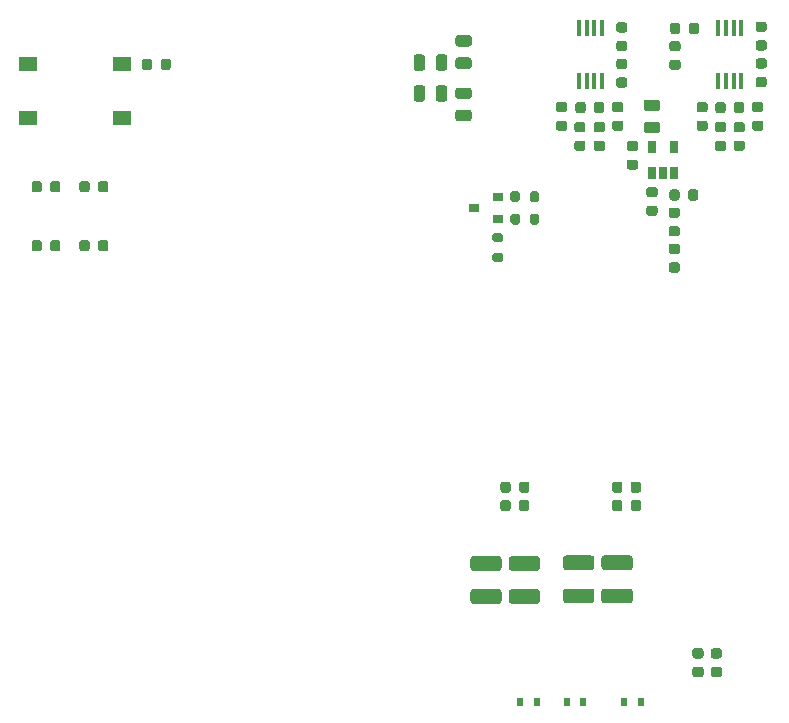
<source format=gtp>
G04 #@! TF.GenerationSoftware,KiCad,Pcbnew,(5.1.6)-1*
G04 #@! TF.CreationDate,2021-04-16T13:49:19+02:00*
G04 #@! TF.ProjectId,Interfaceboard,496e7465-7266-4616-9365-626f6172642e,Version 1*
G04 #@! TF.SameCoordinates,Original*
G04 #@! TF.FileFunction,Paste,Top*
G04 #@! TF.FilePolarity,Positive*
%FSLAX46Y46*%
G04 Gerber Fmt 4.6, Leading zero omitted, Abs format (unit mm)*
G04 Created by KiCad (PCBNEW (5.1.6)-1) date 2021-04-16 13:49:19*
%MOMM*%
%LPD*%
G01*
G04 APERTURE LIST*
%ADD10R,0.900000X0.800000*%
%ADD11R,0.650000X1.060000*%
%ADD12R,0.450000X1.450000*%
%ADD13R,0.600000X0.700000*%
%ADD14R,1.550000X1.300000*%
G04 APERTURE END LIST*
G36*
G01*
X118350000Y-80593750D02*
X118350000Y-81106250D01*
G75*
G02*
X118131250Y-81325000I-218750J0D01*
G01*
X117693750Y-81325000D01*
G75*
G02*
X117475000Y-81106250I0J218750D01*
G01*
X117475000Y-80593750D01*
G75*
G02*
X117693750Y-80375000I218750J0D01*
G01*
X118131250Y-80375000D01*
G75*
G02*
X118350000Y-80593750I0J-218750D01*
G01*
G37*
G36*
G01*
X119925000Y-80593750D02*
X119925000Y-81106250D01*
G75*
G02*
X119706250Y-81325000I-218750J0D01*
G01*
X119268750Y-81325000D01*
G75*
G02*
X119050000Y-81106250I0J218750D01*
G01*
X119050000Y-80593750D01*
G75*
G02*
X119268750Y-80375000I218750J0D01*
G01*
X119706250Y-80375000D01*
G75*
G02*
X119925000Y-80593750I0J-218750D01*
G01*
G37*
G36*
G01*
X118350000Y-75593750D02*
X118350000Y-76106250D01*
G75*
G02*
X118131250Y-76325000I-218750J0D01*
G01*
X117693750Y-76325000D01*
G75*
G02*
X117475000Y-76106250I0J218750D01*
G01*
X117475000Y-75593750D01*
G75*
G02*
X117693750Y-75375000I218750J0D01*
G01*
X118131250Y-75375000D01*
G75*
G02*
X118350000Y-75593750I0J-218750D01*
G01*
G37*
G36*
G01*
X119925000Y-75593750D02*
X119925000Y-76106250D01*
G75*
G02*
X119706250Y-76325000I-218750J0D01*
G01*
X119268750Y-76325000D01*
G75*
G02*
X119050000Y-76106250I0J218750D01*
G01*
X119050000Y-75593750D01*
G75*
G02*
X119268750Y-75375000I218750J0D01*
G01*
X119706250Y-75375000D01*
G75*
G02*
X119925000Y-75593750I0J-218750D01*
G01*
G37*
G36*
G01*
X122400000Y-80593750D02*
X122400000Y-81106250D01*
G75*
G02*
X122181250Y-81325000I-218750J0D01*
G01*
X121743750Y-81325000D01*
G75*
G02*
X121525000Y-81106250I0J218750D01*
G01*
X121525000Y-80593750D01*
G75*
G02*
X121743750Y-80375000I218750J0D01*
G01*
X122181250Y-80375000D01*
G75*
G02*
X122400000Y-80593750I0J-218750D01*
G01*
G37*
G36*
G01*
X123975000Y-80593750D02*
X123975000Y-81106250D01*
G75*
G02*
X123756250Y-81325000I-218750J0D01*
G01*
X123318750Y-81325000D01*
G75*
G02*
X123100000Y-81106250I0J218750D01*
G01*
X123100000Y-80593750D01*
G75*
G02*
X123318750Y-80375000I218750J0D01*
G01*
X123756250Y-80375000D01*
G75*
G02*
X123975000Y-80593750I0J-218750D01*
G01*
G37*
G36*
G01*
X122400000Y-75593750D02*
X122400000Y-76106250D01*
G75*
G02*
X122181250Y-76325000I-218750J0D01*
G01*
X121743750Y-76325000D01*
G75*
G02*
X121525000Y-76106250I0J218750D01*
G01*
X121525000Y-75593750D01*
G75*
G02*
X121743750Y-75375000I218750J0D01*
G01*
X122181250Y-75375000D01*
G75*
G02*
X122400000Y-75593750I0J-218750D01*
G01*
G37*
G36*
G01*
X123975000Y-75593750D02*
X123975000Y-76106250D01*
G75*
G02*
X123756250Y-76325000I-218750J0D01*
G01*
X123318750Y-76325000D01*
G75*
G02*
X123100000Y-76106250I0J218750D01*
G01*
X123100000Y-75593750D01*
G75*
G02*
X123318750Y-75375000I218750J0D01*
G01*
X123756250Y-75375000D01*
G75*
G02*
X123975000Y-75593750I0J-218750D01*
G01*
G37*
G36*
G01*
X159675000Y-76975000D02*
X159675000Y-76425000D01*
G75*
G02*
X159875000Y-76225000I200000J0D01*
G01*
X160275000Y-76225000D01*
G75*
G02*
X160475000Y-76425000I0J-200000D01*
G01*
X160475000Y-76975000D01*
G75*
G02*
X160275000Y-77175000I-200000J0D01*
G01*
X159875000Y-77175000D01*
G75*
G02*
X159675000Y-76975000I0J200000D01*
G01*
G37*
G36*
G01*
X158025000Y-76975000D02*
X158025000Y-76425000D01*
G75*
G02*
X158225000Y-76225000I200000J0D01*
G01*
X158625000Y-76225000D01*
G75*
G02*
X158825000Y-76425000I0J-200000D01*
G01*
X158825000Y-76975000D01*
G75*
G02*
X158625000Y-77175000I-200000J0D01*
G01*
X158225000Y-77175000D01*
G75*
G02*
X158025000Y-76975000I0J200000D01*
G01*
G37*
G36*
G01*
X158825000Y-78325000D02*
X158825000Y-78875000D01*
G75*
G02*
X158625000Y-79075000I-200000J0D01*
G01*
X158225000Y-79075000D01*
G75*
G02*
X158025000Y-78875000I0J200000D01*
G01*
X158025000Y-78325000D01*
G75*
G02*
X158225000Y-78125000I200000J0D01*
G01*
X158625000Y-78125000D01*
G75*
G02*
X158825000Y-78325000I0J-200000D01*
G01*
G37*
G36*
G01*
X160475000Y-78325000D02*
X160475000Y-78875000D01*
G75*
G02*
X160275000Y-79075000I-200000J0D01*
G01*
X159875000Y-79075000D01*
G75*
G02*
X159675000Y-78875000I0J200000D01*
G01*
X159675000Y-78325000D01*
G75*
G02*
X159875000Y-78125000I200000J0D01*
G01*
X160275000Y-78125000D01*
G75*
G02*
X160475000Y-78325000I0J-200000D01*
G01*
G37*
G36*
G01*
X156675000Y-81425000D02*
X157225000Y-81425000D01*
G75*
G02*
X157425000Y-81625000I0J-200000D01*
G01*
X157425000Y-82025000D01*
G75*
G02*
X157225000Y-82225000I-200000J0D01*
G01*
X156675000Y-82225000D01*
G75*
G02*
X156475000Y-82025000I0J200000D01*
G01*
X156475000Y-81625000D01*
G75*
G02*
X156675000Y-81425000I200000J0D01*
G01*
G37*
G36*
G01*
X156675000Y-79775000D02*
X157225000Y-79775000D01*
G75*
G02*
X157425000Y-79975000I0J-200000D01*
G01*
X157425000Y-80375000D01*
G75*
G02*
X157225000Y-80575000I-200000J0D01*
G01*
X156675000Y-80575000D01*
G75*
G02*
X156475000Y-80375000I0J200000D01*
G01*
X156475000Y-79975000D01*
G75*
G02*
X156675000Y-79775000I200000J0D01*
G01*
G37*
D10*
X154950000Y-77650000D03*
X156950000Y-76700000D03*
X156950000Y-78600000D03*
D11*
X170000000Y-72450000D03*
X171900000Y-72450000D03*
X171900000Y-74650000D03*
X170950000Y-74650000D03*
X170000000Y-74650000D03*
D12*
X163825000Y-66875000D03*
X164475000Y-66875000D03*
X165125000Y-66875000D03*
X165775000Y-66875000D03*
X165775000Y-62425000D03*
X165125000Y-62425000D03*
X164475000Y-62425000D03*
X163825000Y-62425000D03*
X175625000Y-66875000D03*
X176275000Y-66875000D03*
X176925000Y-66875000D03*
X177575000Y-66875000D03*
X177575000Y-62425000D03*
X176925000Y-62425000D03*
X176275000Y-62425000D03*
X175625000Y-62425000D03*
G36*
G01*
X175193750Y-116500000D02*
X175706250Y-116500000D01*
G75*
G02*
X175925000Y-116718750I0J-218750D01*
G01*
X175925000Y-117156250D01*
G75*
G02*
X175706250Y-117375000I-218750J0D01*
G01*
X175193750Y-117375000D01*
G75*
G02*
X174975000Y-117156250I0J218750D01*
G01*
X174975000Y-116718750D01*
G75*
G02*
X175193750Y-116500000I218750J0D01*
G01*
G37*
G36*
G01*
X175193750Y-114925000D02*
X175706250Y-114925000D01*
G75*
G02*
X175925000Y-115143750I0J-218750D01*
G01*
X175925000Y-115581250D01*
G75*
G02*
X175706250Y-115800000I-218750J0D01*
G01*
X175193750Y-115800000D01*
G75*
G02*
X174975000Y-115581250I0J218750D01*
G01*
X174975000Y-115143750D01*
G75*
G02*
X175193750Y-114925000I218750J0D01*
G01*
G37*
G36*
G01*
X171693750Y-65100000D02*
X172206250Y-65100000D01*
G75*
G02*
X172425000Y-65318750I0J-218750D01*
G01*
X172425000Y-65756250D01*
G75*
G02*
X172206250Y-65975000I-218750J0D01*
G01*
X171693750Y-65975000D01*
G75*
G02*
X171475000Y-65756250I0J218750D01*
G01*
X171475000Y-65318750D01*
G75*
G02*
X171693750Y-65100000I218750J0D01*
G01*
G37*
G36*
G01*
X171693750Y-63525000D02*
X172206250Y-63525000D01*
G75*
G02*
X172425000Y-63743750I0J-218750D01*
G01*
X172425000Y-64181250D01*
G75*
G02*
X172206250Y-64400000I-218750J0D01*
G01*
X171693750Y-64400000D01*
G75*
G02*
X171475000Y-64181250I0J218750D01*
G01*
X171475000Y-63743750D01*
G75*
G02*
X171693750Y-63525000I218750J0D01*
G01*
G37*
G36*
G01*
X171643750Y-79187500D02*
X172156250Y-79187500D01*
G75*
G02*
X172375000Y-79406250I0J-218750D01*
G01*
X172375000Y-79843750D01*
G75*
G02*
X172156250Y-80062500I-218750J0D01*
G01*
X171643750Y-80062500D01*
G75*
G02*
X171425000Y-79843750I0J218750D01*
G01*
X171425000Y-79406250D01*
G75*
G02*
X171643750Y-79187500I218750J0D01*
G01*
G37*
G36*
G01*
X171643750Y-77612500D02*
X172156250Y-77612500D01*
G75*
G02*
X172375000Y-77831250I0J-218750D01*
G01*
X172375000Y-78268750D01*
G75*
G02*
X172156250Y-78487500I-218750J0D01*
G01*
X171643750Y-78487500D01*
G75*
G02*
X171425000Y-78268750I0J218750D01*
G01*
X171425000Y-77831250D01*
G75*
G02*
X171643750Y-77612500I218750J0D01*
G01*
G37*
G36*
G01*
X171643750Y-82250000D02*
X172156250Y-82250000D01*
G75*
G02*
X172375000Y-82468750I0J-218750D01*
G01*
X172375000Y-82906250D01*
G75*
G02*
X172156250Y-83125000I-218750J0D01*
G01*
X171643750Y-83125000D01*
G75*
G02*
X171425000Y-82906250I0J218750D01*
G01*
X171425000Y-82468750D01*
G75*
G02*
X171643750Y-82250000I218750J0D01*
G01*
G37*
G36*
G01*
X171643750Y-80675000D02*
X172156250Y-80675000D01*
G75*
G02*
X172375000Y-80893750I0J-218750D01*
G01*
X172375000Y-81331250D01*
G75*
G02*
X172156250Y-81550000I-218750J0D01*
G01*
X171643750Y-81550000D01*
G75*
G02*
X171425000Y-81331250I0J218750D01*
G01*
X171425000Y-80893750D01*
G75*
G02*
X171643750Y-80675000I218750J0D01*
G01*
G37*
G36*
G01*
X174156250Y-115800000D02*
X173643750Y-115800000D01*
G75*
G02*
X173425000Y-115581250I0J218750D01*
G01*
X173425000Y-115143750D01*
G75*
G02*
X173643750Y-114925000I218750J0D01*
G01*
X174156250Y-114925000D01*
G75*
G02*
X174375000Y-115143750I0J-218750D01*
G01*
X174375000Y-115581250D01*
G75*
G02*
X174156250Y-115800000I-218750J0D01*
G01*
G37*
G36*
G01*
X174156250Y-117375000D02*
X173643750Y-117375000D01*
G75*
G02*
X173425000Y-117156250I0J218750D01*
G01*
X173425000Y-116718750D01*
G75*
G02*
X173643750Y-116500000I218750J0D01*
G01*
X174156250Y-116500000D01*
G75*
G02*
X174375000Y-116718750I0J-218750D01*
G01*
X174375000Y-117156250D01*
G75*
G02*
X174156250Y-117375000I-218750J0D01*
G01*
G37*
G36*
G01*
X158750000Y-101556250D02*
X158750000Y-101043750D01*
G75*
G02*
X158968750Y-100825000I218750J0D01*
G01*
X159406250Y-100825000D01*
G75*
G02*
X159625000Y-101043750I0J-218750D01*
G01*
X159625000Y-101556250D01*
G75*
G02*
X159406250Y-101775000I-218750J0D01*
G01*
X158968750Y-101775000D01*
G75*
G02*
X158750000Y-101556250I0J218750D01*
G01*
G37*
G36*
G01*
X157175000Y-101556250D02*
X157175000Y-101043750D01*
G75*
G02*
X157393750Y-100825000I218750J0D01*
G01*
X157831250Y-100825000D01*
G75*
G02*
X158050000Y-101043750I0J-218750D01*
G01*
X158050000Y-101556250D01*
G75*
G02*
X157831250Y-101775000I-218750J0D01*
G01*
X157393750Y-101775000D01*
G75*
G02*
X157175000Y-101556250I0J218750D01*
G01*
G37*
G36*
G01*
X158750000Y-103106250D02*
X158750000Y-102593750D01*
G75*
G02*
X158968750Y-102375000I218750J0D01*
G01*
X159406250Y-102375000D01*
G75*
G02*
X159625000Y-102593750I0J-218750D01*
G01*
X159625000Y-103106250D01*
G75*
G02*
X159406250Y-103325000I-218750J0D01*
G01*
X158968750Y-103325000D01*
G75*
G02*
X158750000Y-103106250I0J218750D01*
G01*
G37*
G36*
G01*
X157175000Y-103106250D02*
X157175000Y-102593750D01*
G75*
G02*
X157393750Y-102375000I218750J0D01*
G01*
X157831250Y-102375000D01*
G75*
G02*
X158050000Y-102593750I0J-218750D01*
G01*
X158050000Y-103106250D01*
G75*
G02*
X157831250Y-103325000I-218750J0D01*
G01*
X157393750Y-103325000D01*
G75*
G02*
X157175000Y-103106250I0J218750D01*
G01*
G37*
G36*
G01*
X154875000Y-109925000D02*
X157025000Y-109925000D01*
G75*
G02*
X157275000Y-110175000I0J-250000D01*
G01*
X157275000Y-110925000D01*
G75*
G02*
X157025000Y-111175000I-250000J0D01*
G01*
X154875000Y-111175000D01*
G75*
G02*
X154625000Y-110925000I0J250000D01*
G01*
X154625000Y-110175000D01*
G75*
G02*
X154875000Y-109925000I250000J0D01*
G01*
G37*
G36*
G01*
X154875000Y-107125000D02*
X157025000Y-107125000D01*
G75*
G02*
X157275000Y-107375000I0J-250000D01*
G01*
X157275000Y-108125000D01*
G75*
G02*
X157025000Y-108375000I-250000J0D01*
G01*
X154875000Y-108375000D01*
G75*
G02*
X154625000Y-108125000I0J250000D01*
G01*
X154625000Y-107375000D01*
G75*
G02*
X154875000Y-107125000I250000J0D01*
G01*
G37*
G36*
G01*
X163643750Y-71950000D02*
X164156250Y-71950000D01*
G75*
G02*
X164375000Y-72168750I0J-218750D01*
G01*
X164375000Y-72606250D01*
G75*
G02*
X164156250Y-72825000I-218750J0D01*
G01*
X163643750Y-72825000D01*
G75*
G02*
X163425000Y-72606250I0J218750D01*
G01*
X163425000Y-72168750D01*
G75*
G02*
X163643750Y-71950000I218750J0D01*
G01*
G37*
G36*
G01*
X163643750Y-70375000D02*
X164156250Y-70375000D01*
G75*
G02*
X164375000Y-70593750I0J-218750D01*
G01*
X164375000Y-71031250D01*
G75*
G02*
X164156250Y-71250000I-218750J0D01*
G01*
X163643750Y-71250000D01*
G75*
G02*
X163425000Y-71031250I0J218750D01*
G01*
X163425000Y-70593750D01*
G75*
G02*
X163643750Y-70375000I218750J0D01*
G01*
G37*
G36*
G01*
X158125000Y-109925000D02*
X160275000Y-109925000D01*
G75*
G02*
X160525000Y-110175000I0J-250000D01*
G01*
X160525000Y-110925000D01*
G75*
G02*
X160275000Y-111175000I-250000J0D01*
G01*
X158125000Y-111175000D01*
G75*
G02*
X157875000Y-110925000I0J250000D01*
G01*
X157875000Y-110175000D01*
G75*
G02*
X158125000Y-109925000I250000J0D01*
G01*
G37*
G36*
G01*
X158125000Y-107125000D02*
X160275000Y-107125000D01*
G75*
G02*
X160525000Y-107375000I0J-250000D01*
G01*
X160525000Y-108125000D01*
G75*
G02*
X160275000Y-108375000I-250000J0D01*
G01*
X158125000Y-108375000D01*
G75*
G02*
X157875000Y-108125000I0J250000D01*
G01*
X157875000Y-107375000D01*
G75*
G02*
X158125000Y-107125000I250000J0D01*
G01*
G37*
G36*
G01*
X165293750Y-71950000D02*
X165806250Y-71950000D01*
G75*
G02*
X166025000Y-72168750I0J-218750D01*
G01*
X166025000Y-72606250D01*
G75*
G02*
X165806250Y-72825000I-218750J0D01*
G01*
X165293750Y-72825000D01*
G75*
G02*
X165075000Y-72606250I0J218750D01*
G01*
X165075000Y-72168750D01*
G75*
G02*
X165293750Y-71950000I218750J0D01*
G01*
G37*
G36*
G01*
X165293750Y-70375000D02*
X165806250Y-70375000D01*
G75*
G02*
X166025000Y-70593750I0J-218750D01*
G01*
X166025000Y-71031250D01*
G75*
G02*
X165806250Y-71250000I-218750J0D01*
G01*
X165293750Y-71250000D01*
G75*
G02*
X165075000Y-71031250I0J218750D01*
G01*
X165075000Y-70593750D01*
G75*
G02*
X165293750Y-70375000I218750J0D01*
G01*
G37*
G36*
G01*
X167500000Y-101043750D02*
X167500000Y-101556250D01*
G75*
G02*
X167281250Y-101775000I-218750J0D01*
G01*
X166843750Y-101775000D01*
G75*
G02*
X166625000Y-101556250I0J218750D01*
G01*
X166625000Y-101043750D01*
G75*
G02*
X166843750Y-100825000I218750J0D01*
G01*
X167281250Y-100825000D01*
G75*
G02*
X167500000Y-101043750I0J-218750D01*
G01*
G37*
G36*
G01*
X169075000Y-101043750D02*
X169075000Y-101556250D01*
G75*
G02*
X168856250Y-101775000I-218750J0D01*
G01*
X168418750Y-101775000D01*
G75*
G02*
X168200000Y-101556250I0J218750D01*
G01*
X168200000Y-101043750D01*
G75*
G02*
X168418750Y-100825000I218750J0D01*
G01*
X168856250Y-100825000D01*
G75*
G02*
X169075000Y-101043750I0J-218750D01*
G01*
G37*
G36*
G01*
X167500000Y-102593750D02*
X167500000Y-103106250D01*
G75*
G02*
X167281250Y-103325000I-218750J0D01*
G01*
X166843750Y-103325000D01*
G75*
G02*
X166625000Y-103106250I0J218750D01*
G01*
X166625000Y-102593750D01*
G75*
G02*
X166843750Y-102375000I218750J0D01*
G01*
X167281250Y-102375000D01*
G75*
G02*
X167500000Y-102593750I0J-218750D01*
G01*
G37*
G36*
G01*
X169075000Y-102593750D02*
X169075000Y-103106250D01*
G75*
G02*
X168856250Y-103325000I-218750J0D01*
G01*
X168418750Y-103325000D01*
G75*
G02*
X168200000Y-103106250I0J218750D01*
G01*
X168200000Y-102593750D01*
G75*
G02*
X168418750Y-102375000I218750J0D01*
G01*
X168856250Y-102375000D01*
G75*
G02*
X169075000Y-102593750I0J-218750D01*
G01*
G37*
G36*
G01*
X162725000Y-109875000D02*
X164875000Y-109875000D01*
G75*
G02*
X165125000Y-110125000I0J-250000D01*
G01*
X165125000Y-110875000D01*
G75*
G02*
X164875000Y-111125000I-250000J0D01*
G01*
X162725000Y-111125000D01*
G75*
G02*
X162475000Y-110875000I0J250000D01*
G01*
X162475000Y-110125000D01*
G75*
G02*
X162725000Y-109875000I250000J0D01*
G01*
G37*
G36*
G01*
X162725000Y-107075000D02*
X164875000Y-107075000D01*
G75*
G02*
X165125000Y-107325000I0J-250000D01*
G01*
X165125000Y-108075000D01*
G75*
G02*
X164875000Y-108325000I-250000J0D01*
G01*
X162725000Y-108325000D01*
G75*
G02*
X162475000Y-108075000I0J250000D01*
G01*
X162475000Y-107325000D01*
G75*
G02*
X162725000Y-107075000I250000J0D01*
G01*
G37*
G36*
G01*
X175543750Y-71950000D02*
X176056250Y-71950000D01*
G75*
G02*
X176275000Y-72168750I0J-218750D01*
G01*
X176275000Y-72606250D01*
G75*
G02*
X176056250Y-72825000I-218750J0D01*
G01*
X175543750Y-72825000D01*
G75*
G02*
X175325000Y-72606250I0J218750D01*
G01*
X175325000Y-72168750D01*
G75*
G02*
X175543750Y-71950000I218750J0D01*
G01*
G37*
G36*
G01*
X175543750Y-70375000D02*
X176056250Y-70375000D01*
G75*
G02*
X176275000Y-70593750I0J-218750D01*
G01*
X176275000Y-71031250D01*
G75*
G02*
X176056250Y-71250000I-218750J0D01*
G01*
X175543750Y-71250000D01*
G75*
G02*
X175325000Y-71031250I0J218750D01*
G01*
X175325000Y-70593750D01*
G75*
G02*
X175543750Y-70375000I218750J0D01*
G01*
G37*
G36*
G01*
X165975000Y-109875000D02*
X168125000Y-109875000D01*
G75*
G02*
X168375000Y-110125000I0J-250000D01*
G01*
X168375000Y-110875000D01*
G75*
G02*
X168125000Y-111125000I-250000J0D01*
G01*
X165975000Y-111125000D01*
G75*
G02*
X165725000Y-110875000I0J250000D01*
G01*
X165725000Y-110125000D01*
G75*
G02*
X165975000Y-109875000I250000J0D01*
G01*
G37*
G36*
G01*
X165975000Y-107075000D02*
X168125000Y-107075000D01*
G75*
G02*
X168375000Y-107325000I0J-250000D01*
G01*
X168375000Y-108075000D01*
G75*
G02*
X168125000Y-108325000I-250000J0D01*
G01*
X165975000Y-108325000D01*
G75*
G02*
X165725000Y-108075000I0J250000D01*
G01*
X165725000Y-107325000D01*
G75*
G02*
X165975000Y-107075000I250000J0D01*
G01*
G37*
G36*
G01*
X177143750Y-71950000D02*
X177656250Y-71950000D01*
G75*
G02*
X177875000Y-72168750I0J-218750D01*
G01*
X177875000Y-72606250D01*
G75*
G02*
X177656250Y-72825000I-218750J0D01*
G01*
X177143750Y-72825000D01*
G75*
G02*
X176925000Y-72606250I0J218750D01*
G01*
X176925000Y-72168750D01*
G75*
G02*
X177143750Y-71950000I218750J0D01*
G01*
G37*
G36*
G01*
X177143750Y-70375000D02*
X177656250Y-70375000D01*
G75*
G02*
X177875000Y-70593750I0J-218750D01*
G01*
X177875000Y-71031250D01*
G75*
G02*
X177656250Y-71250000I-218750J0D01*
G01*
X177143750Y-71250000D01*
G75*
G02*
X176925000Y-71031250I0J218750D01*
G01*
X176925000Y-70593750D01*
G75*
G02*
X177143750Y-70375000I218750J0D01*
G01*
G37*
G36*
G01*
X150800000Y-67493750D02*
X150800000Y-68406250D01*
G75*
G02*
X150556250Y-68650000I-243750J0D01*
G01*
X150068750Y-68650000D01*
G75*
G02*
X149825000Y-68406250I0J243750D01*
G01*
X149825000Y-67493750D01*
G75*
G02*
X150068750Y-67250000I243750J0D01*
G01*
X150556250Y-67250000D01*
G75*
G02*
X150800000Y-67493750I0J-243750D01*
G01*
G37*
G36*
G01*
X152675000Y-67493750D02*
X152675000Y-68406250D01*
G75*
G02*
X152431250Y-68650000I-243750J0D01*
G01*
X151943750Y-68650000D01*
G75*
G02*
X151700000Y-68406250I0J243750D01*
G01*
X151700000Y-67493750D01*
G75*
G02*
X151943750Y-67250000I243750J0D01*
G01*
X152431250Y-67250000D01*
G75*
G02*
X152675000Y-67493750I0J-243750D01*
G01*
G37*
G36*
G01*
X151700000Y-65806250D02*
X151700000Y-64893750D01*
G75*
G02*
X151943750Y-64650000I243750J0D01*
G01*
X152431250Y-64650000D01*
G75*
G02*
X152675000Y-64893750I0J-243750D01*
G01*
X152675000Y-65806250D01*
G75*
G02*
X152431250Y-66050000I-243750J0D01*
G01*
X151943750Y-66050000D01*
G75*
G02*
X151700000Y-65806250I0J243750D01*
G01*
G37*
G36*
G01*
X149825000Y-65806250D02*
X149825000Y-64893750D01*
G75*
G02*
X150068750Y-64650000I243750J0D01*
G01*
X150556250Y-64650000D01*
G75*
G02*
X150800000Y-64893750I0J-243750D01*
G01*
X150800000Y-65806250D01*
G75*
G02*
X150556250Y-66050000I-243750J0D01*
G01*
X150068750Y-66050000D01*
G75*
G02*
X149825000Y-65806250I0J243750D01*
G01*
G37*
D13*
X167650000Y-119450000D03*
X169050000Y-119450000D03*
X160250000Y-119450000D03*
X158850000Y-119450000D03*
X162800000Y-119450000D03*
X164200000Y-119450000D03*
G36*
G01*
X169743750Y-77450000D02*
X170256250Y-77450000D01*
G75*
G02*
X170475000Y-77668750I0J-218750D01*
G01*
X170475000Y-78106250D01*
G75*
G02*
X170256250Y-78325000I-218750J0D01*
G01*
X169743750Y-78325000D01*
G75*
G02*
X169525000Y-78106250I0J218750D01*
G01*
X169525000Y-77668750D01*
G75*
G02*
X169743750Y-77450000I218750J0D01*
G01*
G37*
G36*
G01*
X169743750Y-75875000D02*
X170256250Y-75875000D01*
G75*
G02*
X170475000Y-76093750I0J-218750D01*
G01*
X170475000Y-76531250D01*
G75*
G02*
X170256250Y-76750000I-218750J0D01*
G01*
X169743750Y-76750000D01*
G75*
G02*
X169525000Y-76531250I0J218750D01*
G01*
X169525000Y-76093750D01*
G75*
G02*
X169743750Y-75875000I218750J0D01*
G01*
G37*
G36*
G01*
X173112500Y-62706250D02*
X173112500Y-62193750D01*
G75*
G02*
X173331250Y-61975000I218750J0D01*
G01*
X173768750Y-61975000D01*
G75*
G02*
X173987500Y-62193750I0J-218750D01*
G01*
X173987500Y-62706250D01*
G75*
G02*
X173768750Y-62925000I-218750J0D01*
G01*
X173331250Y-62925000D01*
G75*
G02*
X173112500Y-62706250I0J218750D01*
G01*
G37*
G36*
G01*
X171537500Y-62706250D02*
X171537500Y-62193750D01*
G75*
G02*
X171756250Y-61975000I218750J0D01*
G01*
X172193750Y-61975000D01*
G75*
G02*
X172412500Y-62193750I0J-218750D01*
G01*
X172412500Y-62706250D01*
G75*
G02*
X172193750Y-62925000I-218750J0D01*
G01*
X171756250Y-62925000D01*
G75*
G02*
X171537500Y-62706250I0J218750D01*
G01*
G37*
G36*
G01*
X173050000Y-76806250D02*
X173050000Y-76293750D01*
G75*
G02*
X173268750Y-76075000I218750J0D01*
G01*
X173706250Y-76075000D01*
G75*
G02*
X173925000Y-76293750I0J-218750D01*
G01*
X173925000Y-76806250D01*
G75*
G02*
X173706250Y-77025000I-218750J0D01*
G01*
X173268750Y-77025000D01*
G75*
G02*
X173050000Y-76806250I0J218750D01*
G01*
G37*
G36*
G01*
X171475000Y-76806250D02*
X171475000Y-76293750D01*
G75*
G02*
X171693750Y-76075000I218750J0D01*
G01*
X172131250Y-76075000D01*
G75*
G02*
X172350000Y-76293750I0J-218750D01*
G01*
X172350000Y-76806250D01*
G75*
G02*
X172131250Y-77025000I-218750J0D01*
G01*
X171693750Y-77025000D01*
G75*
G02*
X171475000Y-76806250I0J218750D01*
G01*
G37*
G36*
G01*
X168093750Y-73550000D02*
X168606250Y-73550000D01*
G75*
G02*
X168825000Y-73768750I0J-218750D01*
G01*
X168825000Y-74206250D01*
G75*
G02*
X168606250Y-74425000I-218750J0D01*
G01*
X168093750Y-74425000D01*
G75*
G02*
X167875000Y-74206250I0J218750D01*
G01*
X167875000Y-73768750D01*
G75*
G02*
X168093750Y-73550000I218750J0D01*
G01*
G37*
G36*
G01*
X168093750Y-71975000D02*
X168606250Y-71975000D01*
G75*
G02*
X168825000Y-72193750I0J-218750D01*
G01*
X168825000Y-72631250D01*
G75*
G02*
X168606250Y-72850000I-218750J0D01*
G01*
X168093750Y-72850000D01*
G75*
G02*
X167875000Y-72631250I0J218750D01*
G01*
X167875000Y-72193750D01*
G75*
G02*
X168093750Y-71975000I218750J0D01*
G01*
G37*
G36*
G01*
X170456250Y-69450000D02*
X169543750Y-69450000D01*
G75*
G02*
X169300000Y-69206250I0J243750D01*
G01*
X169300000Y-68718750D01*
G75*
G02*
X169543750Y-68475000I243750J0D01*
G01*
X170456250Y-68475000D01*
G75*
G02*
X170700000Y-68718750I0J-243750D01*
G01*
X170700000Y-69206250D01*
G75*
G02*
X170456250Y-69450000I-243750J0D01*
G01*
G37*
G36*
G01*
X170456250Y-71325000D02*
X169543750Y-71325000D01*
G75*
G02*
X169300000Y-71081250I0J243750D01*
G01*
X169300000Y-70593750D01*
G75*
G02*
X169543750Y-70350000I243750J0D01*
G01*
X170456250Y-70350000D01*
G75*
G02*
X170700000Y-70593750I0J-243750D01*
G01*
X170700000Y-71081250D01*
G75*
G02*
X170456250Y-71325000I-243750J0D01*
G01*
G37*
G36*
G01*
X154506250Y-68437500D02*
X153593750Y-68437500D01*
G75*
G02*
X153350000Y-68193750I0J243750D01*
G01*
X153350000Y-67706250D01*
G75*
G02*
X153593750Y-67462500I243750J0D01*
G01*
X154506250Y-67462500D01*
G75*
G02*
X154750000Y-67706250I0J-243750D01*
G01*
X154750000Y-68193750D01*
G75*
G02*
X154506250Y-68437500I-243750J0D01*
G01*
G37*
G36*
G01*
X154506250Y-70312500D02*
X153593750Y-70312500D01*
G75*
G02*
X153350000Y-70068750I0J243750D01*
G01*
X153350000Y-69581250D01*
G75*
G02*
X153593750Y-69337500I243750J0D01*
G01*
X154506250Y-69337500D01*
G75*
G02*
X154750000Y-69581250I0J-243750D01*
G01*
X154750000Y-70068750D01*
G75*
G02*
X154506250Y-70312500I-243750J0D01*
G01*
G37*
G36*
G01*
X154506250Y-64000000D02*
X153593750Y-64000000D01*
G75*
G02*
X153350000Y-63756250I0J243750D01*
G01*
X153350000Y-63268750D01*
G75*
G02*
X153593750Y-63025000I243750J0D01*
G01*
X154506250Y-63025000D01*
G75*
G02*
X154750000Y-63268750I0J-243750D01*
G01*
X154750000Y-63756250D01*
G75*
G02*
X154506250Y-64000000I-243750J0D01*
G01*
G37*
G36*
G01*
X154506250Y-65875000D02*
X153593750Y-65875000D01*
G75*
G02*
X153350000Y-65631250I0J243750D01*
G01*
X153350000Y-65143750D01*
G75*
G02*
X153593750Y-64900000I243750J0D01*
G01*
X154506250Y-64900000D01*
G75*
G02*
X154750000Y-65143750I0J-243750D01*
G01*
X154750000Y-65631250D01*
G75*
G02*
X154506250Y-65875000I-243750J0D01*
G01*
G37*
G36*
G01*
X167706250Y-65900000D02*
X167193750Y-65900000D01*
G75*
G02*
X166975000Y-65681250I0J218750D01*
G01*
X166975000Y-65243750D01*
G75*
G02*
X167193750Y-65025000I218750J0D01*
G01*
X167706250Y-65025000D01*
G75*
G02*
X167925000Y-65243750I0J-218750D01*
G01*
X167925000Y-65681250D01*
G75*
G02*
X167706250Y-65900000I-218750J0D01*
G01*
G37*
G36*
G01*
X167706250Y-67475000D02*
X167193750Y-67475000D01*
G75*
G02*
X166975000Y-67256250I0J218750D01*
G01*
X166975000Y-66818750D01*
G75*
G02*
X167193750Y-66600000I218750J0D01*
G01*
X167706250Y-66600000D01*
G75*
G02*
X167925000Y-66818750I0J-218750D01*
G01*
X167925000Y-67256250D01*
G75*
G02*
X167706250Y-67475000I-218750J0D01*
G01*
G37*
G36*
G01*
X162093750Y-70250000D02*
X162606250Y-70250000D01*
G75*
G02*
X162825000Y-70468750I0J-218750D01*
G01*
X162825000Y-70906250D01*
G75*
G02*
X162606250Y-71125000I-218750J0D01*
G01*
X162093750Y-71125000D01*
G75*
G02*
X161875000Y-70906250I0J218750D01*
G01*
X161875000Y-70468750D01*
G75*
G02*
X162093750Y-70250000I218750J0D01*
G01*
G37*
G36*
G01*
X162093750Y-68675000D02*
X162606250Y-68675000D01*
G75*
G02*
X162825000Y-68893750I0J-218750D01*
G01*
X162825000Y-69331250D01*
G75*
G02*
X162606250Y-69550000I-218750J0D01*
G01*
X162093750Y-69550000D01*
G75*
G02*
X161875000Y-69331250I0J218750D01*
G01*
X161875000Y-68893750D01*
G75*
G02*
X162093750Y-68675000I218750J0D01*
G01*
G37*
G36*
G01*
X164400000Y-68893750D02*
X164400000Y-69406250D01*
G75*
G02*
X164181250Y-69625000I-218750J0D01*
G01*
X163743750Y-69625000D01*
G75*
G02*
X163525000Y-69406250I0J218750D01*
G01*
X163525000Y-68893750D01*
G75*
G02*
X163743750Y-68675000I218750J0D01*
G01*
X164181250Y-68675000D01*
G75*
G02*
X164400000Y-68893750I0J-218750D01*
G01*
G37*
G36*
G01*
X165975000Y-68893750D02*
X165975000Y-69406250D01*
G75*
G02*
X165756250Y-69625000I-218750J0D01*
G01*
X165318750Y-69625000D01*
G75*
G02*
X165100000Y-69406250I0J218750D01*
G01*
X165100000Y-68893750D01*
G75*
G02*
X165318750Y-68675000I218750J0D01*
G01*
X165756250Y-68675000D01*
G75*
G02*
X165975000Y-68893750I0J-218750D01*
G01*
G37*
G36*
G01*
X167356250Y-69550000D02*
X166843750Y-69550000D01*
G75*
G02*
X166625000Y-69331250I0J218750D01*
G01*
X166625000Y-68893750D01*
G75*
G02*
X166843750Y-68675000I218750J0D01*
G01*
X167356250Y-68675000D01*
G75*
G02*
X167575000Y-68893750I0J-218750D01*
G01*
X167575000Y-69331250D01*
G75*
G02*
X167356250Y-69550000I-218750J0D01*
G01*
G37*
G36*
G01*
X167356250Y-71125000D02*
X166843750Y-71125000D01*
G75*
G02*
X166625000Y-70906250I0J218750D01*
G01*
X166625000Y-70468750D01*
G75*
G02*
X166843750Y-70250000I218750J0D01*
G01*
X167356250Y-70250000D01*
G75*
G02*
X167575000Y-70468750I0J-218750D01*
G01*
X167575000Y-70906250D01*
G75*
G02*
X167356250Y-71125000I-218750J0D01*
G01*
G37*
G36*
G01*
X167193750Y-63500000D02*
X167706250Y-63500000D01*
G75*
G02*
X167925000Y-63718750I0J-218750D01*
G01*
X167925000Y-64156250D01*
G75*
G02*
X167706250Y-64375000I-218750J0D01*
G01*
X167193750Y-64375000D01*
G75*
G02*
X166975000Y-64156250I0J218750D01*
G01*
X166975000Y-63718750D01*
G75*
G02*
X167193750Y-63500000I218750J0D01*
G01*
G37*
G36*
G01*
X167193750Y-61925000D02*
X167706250Y-61925000D01*
G75*
G02*
X167925000Y-62143750I0J-218750D01*
G01*
X167925000Y-62581250D01*
G75*
G02*
X167706250Y-62800000I-218750J0D01*
G01*
X167193750Y-62800000D01*
G75*
G02*
X166975000Y-62581250I0J218750D01*
G01*
X166975000Y-62143750D01*
G75*
G02*
X167193750Y-61925000I218750J0D01*
G01*
G37*
G36*
G01*
X179506250Y-65850000D02*
X178993750Y-65850000D01*
G75*
G02*
X178775000Y-65631250I0J218750D01*
G01*
X178775000Y-65193750D01*
G75*
G02*
X178993750Y-64975000I218750J0D01*
G01*
X179506250Y-64975000D01*
G75*
G02*
X179725000Y-65193750I0J-218750D01*
G01*
X179725000Y-65631250D01*
G75*
G02*
X179506250Y-65850000I-218750J0D01*
G01*
G37*
G36*
G01*
X179506250Y-67425000D02*
X178993750Y-67425000D01*
G75*
G02*
X178775000Y-67206250I0J218750D01*
G01*
X178775000Y-66768750D01*
G75*
G02*
X178993750Y-66550000I218750J0D01*
G01*
X179506250Y-66550000D01*
G75*
G02*
X179725000Y-66768750I0J-218750D01*
G01*
X179725000Y-67206250D01*
G75*
G02*
X179506250Y-67425000I-218750J0D01*
G01*
G37*
G36*
G01*
X173993750Y-70250000D02*
X174506250Y-70250000D01*
G75*
G02*
X174725000Y-70468750I0J-218750D01*
G01*
X174725000Y-70906250D01*
G75*
G02*
X174506250Y-71125000I-218750J0D01*
G01*
X173993750Y-71125000D01*
G75*
G02*
X173775000Y-70906250I0J218750D01*
G01*
X173775000Y-70468750D01*
G75*
G02*
X173993750Y-70250000I218750J0D01*
G01*
G37*
G36*
G01*
X173993750Y-68675000D02*
X174506250Y-68675000D01*
G75*
G02*
X174725000Y-68893750I0J-218750D01*
G01*
X174725000Y-69331250D01*
G75*
G02*
X174506250Y-69550000I-218750J0D01*
G01*
X173993750Y-69550000D01*
G75*
G02*
X173775000Y-69331250I0J218750D01*
G01*
X173775000Y-68893750D01*
G75*
G02*
X173993750Y-68675000I218750J0D01*
G01*
G37*
G36*
G01*
X176250000Y-68893750D02*
X176250000Y-69406250D01*
G75*
G02*
X176031250Y-69625000I-218750J0D01*
G01*
X175593750Y-69625000D01*
G75*
G02*
X175375000Y-69406250I0J218750D01*
G01*
X175375000Y-68893750D01*
G75*
G02*
X175593750Y-68675000I218750J0D01*
G01*
X176031250Y-68675000D01*
G75*
G02*
X176250000Y-68893750I0J-218750D01*
G01*
G37*
G36*
G01*
X177825000Y-68893750D02*
X177825000Y-69406250D01*
G75*
G02*
X177606250Y-69625000I-218750J0D01*
G01*
X177168750Y-69625000D01*
G75*
G02*
X176950000Y-69406250I0J218750D01*
G01*
X176950000Y-68893750D01*
G75*
G02*
X177168750Y-68675000I218750J0D01*
G01*
X177606250Y-68675000D01*
G75*
G02*
X177825000Y-68893750I0J-218750D01*
G01*
G37*
G36*
G01*
X179206250Y-69550000D02*
X178693750Y-69550000D01*
G75*
G02*
X178475000Y-69331250I0J218750D01*
G01*
X178475000Y-68893750D01*
G75*
G02*
X178693750Y-68675000I218750J0D01*
G01*
X179206250Y-68675000D01*
G75*
G02*
X179425000Y-68893750I0J-218750D01*
G01*
X179425000Y-69331250D01*
G75*
G02*
X179206250Y-69550000I-218750J0D01*
G01*
G37*
G36*
G01*
X179206250Y-71125000D02*
X178693750Y-71125000D01*
G75*
G02*
X178475000Y-70906250I0J218750D01*
G01*
X178475000Y-70468750D01*
G75*
G02*
X178693750Y-70250000I218750J0D01*
G01*
X179206250Y-70250000D01*
G75*
G02*
X179425000Y-70468750I0J-218750D01*
G01*
X179425000Y-70906250D01*
G75*
G02*
X179206250Y-71125000I-218750J0D01*
G01*
G37*
G36*
G01*
X178993750Y-63450000D02*
X179506250Y-63450000D01*
G75*
G02*
X179725000Y-63668750I0J-218750D01*
G01*
X179725000Y-64106250D01*
G75*
G02*
X179506250Y-64325000I-218750J0D01*
G01*
X178993750Y-64325000D01*
G75*
G02*
X178775000Y-64106250I0J218750D01*
G01*
X178775000Y-63668750D01*
G75*
G02*
X178993750Y-63450000I218750J0D01*
G01*
G37*
G36*
G01*
X178993750Y-61875000D02*
X179506250Y-61875000D01*
G75*
G02*
X179725000Y-62093750I0J-218750D01*
G01*
X179725000Y-62531250D01*
G75*
G02*
X179506250Y-62750000I-218750J0D01*
G01*
X178993750Y-62750000D01*
G75*
G02*
X178775000Y-62531250I0J218750D01*
G01*
X178775000Y-62093750D01*
G75*
G02*
X178993750Y-61875000I218750J0D01*
G01*
G37*
D14*
X117170000Y-65500000D03*
X117170000Y-70000000D03*
X125130000Y-70000000D03*
X125130000Y-65500000D03*
G36*
G01*
X128400000Y-65756250D02*
X128400000Y-65243750D01*
G75*
G02*
X128618750Y-65025000I218750J0D01*
G01*
X129056250Y-65025000D01*
G75*
G02*
X129275000Y-65243750I0J-218750D01*
G01*
X129275000Y-65756250D01*
G75*
G02*
X129056250Y-65975000I-218750J0D01*
G01*
X128618750Y-65975000D01*
G75*
G02*
X128400000Y-65756250I0J218750D01*
G01*
G37*
G36*
G01*
X126825000Y-65756250D02*
X126825000Y-65243750D01*
G75*
G02*
X127043750Y-65025000I218750J0D01*
G01*
X127481250Y-65025000D01*
G75*
G02*
X127700000Y-65243750I0J-218750D01*
G01*
X127700000Y-65756250D01*
G75*
G02*
X127481250Y-65975000I-218750J0D01*
G01*
X127043750Y-65975000D01*
G75*
G02*
X126825000Y-65756250I0J218750D01*
G01*
G37*
M02*

</source>
